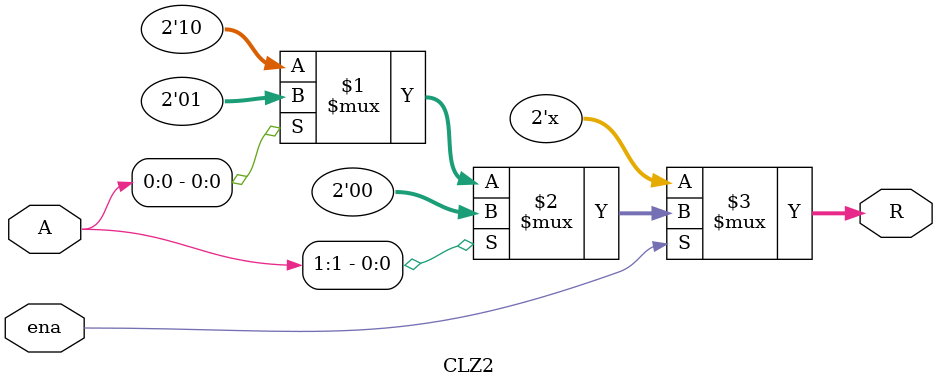
<source format=v>
`timescale 1ns / 1ps
module CLZ(
    input ena,
    input [31:0] A,
    output [5:0] R
    );
    //32=6'b100000;
    wire [4:0] r1,r2;
    CLZ16 clz16_1(.ena(ena), .A(A[31:16]),.R(r1));
    CLZ16 clz16_2(.ena(ena), .A(A[15:0]),.R(r2));
    assign R = r1[4] ? r2 + r1 : r1;
endmodule

module CLZ16(
    input ena,
    input [15:0]A,
    output [4:0]R
    );
    wire [3:0] r1,r2;
    CLZ8 clz8_1(.ena(ena), .A(A[15:8]), .R(r1));
    CLZ8 clz8_2(.ena(ena), .A(A[7:0]), .R(r2));
    assign R = r1[3] ? r2 + r1 : r1;
endmodule

module CLZ8(
    input ena,
    input [7:0]A,
    output [3:0]R
    );
    wire [2:0] r1,r2;
    CLZ4 clz4_1(.ena(ena), .A(A[7:4]), .R(r1));
    CLZ4 clz4_2(.ena(ena), .A(A[3:0]), .R(r2));
    assign R = r1[2] ? r2 + r1 : r1;
endmodule

module CLZ4(
    input ena,
    input [3:0]A,
    output [2:0]R
    );
    wire [1:0] r1,r2;
    CLZ2 clz2_1(.ena(ena), .A(A[3:2]), .R(r1));
    CLZ2 clz2_2(.ena(ena), .A(A[1:0]), .R(r2));
    assign R = r1[1] ? r2 + r1 : r1;
endmodule

module CLZ2(
    input ena,
    input [1:0]A,
    output [1:0]R
    );
    /*A:00  2=10
      A:01  1=01
      A:10/11 0=00
    */
    assign R = ena ? (A[1] ? 2'b00 : (A[0]? 2'b01:2'b10)) : 2'bz;
endmodule

</source>
